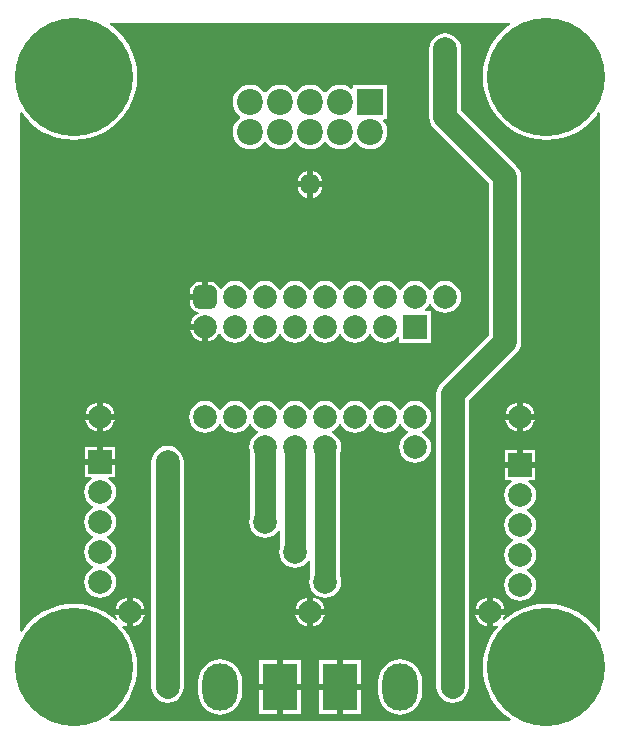
<source format=gbr>
G04 Layer_Physical_Order=1*
G04 Layer_Color=255*
%FSLAX26Y26*%
%MOIN*%
%TF.FileFunction,Copper,L1,Top,Signal*%
%TF.Part,Single*%
G01*
G75*
%TA.AperFunction,Conductor*%
%ADD10C,0.078740*%
%ADD11C,0.070866*%
%TA.AperFunction,ViaPad*%
%ADD12O,0.118110X0.157480*%
%ADD13R,0.118110X0.157480*%
%TA.AperFunction,ComponentPad*%
G04:AMPARAMS|DCode=14|XSize=78.74mil|YSize=78.74mil|CornerRadius=19.685mil|HoleSize=0mil|Usage=FLASHONLY|Rotation=0.000|XOffset=0mil|YOffset=0mil|HoleType=Round|Shape=RoundedRectangle|*
%AMROUNDEDRECTD14*
21,1,0.078740,0.039370,0,0,0.0*
21,1,0.039370,0.078740,0,0,0.0*
1,1,0.039370,0.019685,-0.019685*
1,1,0.039370,-0.019685,-0.019685*
1,1,0.039370,-0.019685,0.019685*
1,1,0.039370,0.019685,0.019685*
%
%ADD14ROUNDEDRECTD14*%
%ADD15C,0.078740*%
%ADD16R,0.078740X0.078740*%
%TA.AperFunction,ViaPad*%
%ADD17O,0.062992X0.070866*%
%TA.AperFunction,ComponentPad*%
%ADD18R,0.078740X0.078740*%
%TA.AperFunction,ViaPad*%
%ADD19C,0.393701*%
%TA.AperFunction,ComponentPad*%
%ADD20R,0.086614X0.086614*%
%ADD21C,0.086614*%
%TA.AperFunction,ViaPad*%
%ADD22C,0.078740*%
G36*
X668690Y1158254D02*
X658903Y1151715D01*
X638144Y1133509D01*
X619939Y1112751D01*
X604599Y1089793D01*
X592387Y1065030D01*
X583512Y1038884D01*
X578126Y1011804D01*
X576320Y984252D01*
X578126Y956700D01*
X583512Y929620D01*
X592387Y903475D01*
X604599Y878711D01*
X619939Y855754D01*
X638144Y834995D01*
X658903Y816789D01*
X681861Y801450D01*
X706624Y789238D01*
X732770Y780363D01*
X759850Y774976D01*
X787402Y773170D01*
X814953Y774976D01*
X842034Y780363D01*
X868179Y789238D01*
X892942Y801450D01*
X915900Y816789D01*
X936659Y834995D01*
X954864Y855754D01*
X961404Y865541D01*
X966188Y864089D01*
Y-864089D01*
X961404Y-865541D01*
X954864Y-855754D01*
X936659Y-834995D01*
X915900Y-816789D01*
X892942Y-801450D01*
X868179Y-789238D01*
X842034Y-780363D01*
X814953Y-774976D01*
X787402Y-773170D01*
X759850Y-774976D01*
X732770Y-780363D01*
X706624Y-789238D01*
X681861Y-801450D01*
X658903Y-816789D01*
X647898Y-826441D01*
X643724Y-823451D01*
X648099Y-812888D01*
X648500Y-809842D01*
X609842D01*
Y-848500D01*
X612888Y-848099D01*
X619503Y-845360D01*
X625149Y-848433D01*
X625358Y-849574D01*
X619939Y-855754D01*
X604599Y-878711D01*
X592387Y-903475D01*
X583512Y-929620D01*
X578126Y-956700D01*
X576320Y-984252D01*
X578126Y-1011804D01*
X583512Y-1038884D01*
X592387Y-1065030D01*
X604599Y-1089793D01*
X619939Y-1112751D01*
X638144Y-1133509D01*
X658903Y-1151715D01*
X668690Y-1158254D01*
X667239Y-1163039D01*
X-667239D01*
X-668690Y-1158254D01*
X-658903Y-1151715D01*
X-638144Y-1133509D01*
X-619939Y-1112751D01*
X-604599Y-1089793D01*
X-592387Y-1065030D01*
X-583512Y-1038884D01*
X-578126Y-1011804D01*
X-576320Y-984252D01*
X-578126Y-956700D01*
X-583512Y-929620D01*
X-592387Y-903475D01*
X-604599Y-878711D01*
X-619939Y-855754D01*
X-625358Y-849574D01*
X-625149Y-848433D01*
X-619503Y-845360D01*
X-612888Y-848099D01*
X-609842Y-848500D01*
Y-809842D01*
X-648500D01*
X-648099Y-812888D01*
X-643724Y-823451D01*
X-647898Y-826441D01*
X-658903Y-816789D01*
X-681861Y-801450D01*
X-706624Y-789238D01*
X-732770Y-780363D01*
X-759850Y-774976D01*
X-787402Y-773170D01*
X-814953Y-774976D01*
X-842034Y-780363D01*
X-868179Y-789238D01*
X-892942Y-801450D01*
X-915900Y-816789D01*
X-936659Y-834995D01*
X-954864Y-855754D01*
X-961404Y-865541D01*
X-966188Y-864089D01*
Y864089D01*
X-961404Y865541D01*
X-954864Y855754D01*
X-936659Y834995D01*
X-915900Y816789D01*
X-892942Y801450D01*
X-868179Y789238D01*
X-842034Y780363D01*
X-814953Y774976D01*
X-787402Y773170D01*
X-759850Y774976D01*
X-732770Y780363D01*
X-706624Y789238D01*
X-681861Y801450D01*
X-658903Y816789D01*
X-638144Y834995D01*
X-619939Y855754D01*
X-604599Y878711D01*
X-592387Y903475D01*
X-583512Y929620D01*
X-578126Y956700D01*
X-576320Y984252D01*
X-578126Y1011804D01*
X-583512Y1038884D01*
X-592387Y1065030D01*
X-604599Y1089793D01*
X-619939Y1112751D01*
X-638144Y1133509D01*
X-658903Y1151715D01*
X-668690Y1158254D01*
X-667239Y1163039D01*
X667239D01*
X668690Y1158254D01*
D02*
G37*
%LPC*%
G36*
X48500Y-809842D02*
X9842D01*
Y-848500D01*
X12888Y-848099D01*
X24898Y-843125D01*
X35211Y-835211D01*
X43125Y-824898D01*
X48099Y-812888D01*
X48500Y-809842D01*
D02*
G37*
G36*
X590158D02*
X551500D01*
X551901Y-812888D01*
X556875Y-824898D01*
X564789Y-835211D01*
X575102Y-843125D01*
X587112Y-848099D01*
X590158Y-848500D01*
Y-809842D01*
D02*
G37*
G36*
X-9842D02*
X-48500D01*
X-48099Y-812888D01*
X-43125Y-824898D01*
X-35211Y-835211D01*
X-24898Y-843125D01*
X-12888Y-848099D01*
X-9842Y-848500D01*
Y-809842D01*
D02*
G37*
G36*
X169055Y-961260D02*
X109843D01*
Y-1040158D01*
X169055D01*
Y-961260D01*
D02*
G37*
G36*
X-551500Y-809842D02*
X-590158D01*
Y-848500D01*
X-587112Y-848099D01*
X-575102Y-843125D01*
X-564789Y-835211D01*
X-556875Y-824898D01*
X-551901Y-812888D01*
X-551500Y-809842D01*
D02*
G37*
G36*
X-609842Y-751500D02*
X-612888Y-751901D01*
X-624898Y-756875D01*
X-635211Y-764789D01*
X-643125Y-775102D01*
X-648099Y-787112D01*
X-648500Y-790158D01*
X-609842D01*
Y-751500D01*
D02*
G37*
G36*
X590158D02*
X587112Y-751901D01*
X575102Y-756875D01*
X564789Y-764789D01*
X556875Y-775102D01*
X551901Y-787112D01*
X551500Y-790158D01*
X590158D01*
Y-751500D01*
D02*
G37*
G36*
X609842D02*
Y-790158D01*
X648500D01*
X648099Y-787112D01*
X643125Y-775102D01*
X635211Y-764789D01*
X624898Y-756875D01*
X612888Y-751901D01*
X609842Y-751500D01*
D02*
G37*
G36*
X9842D02*
Y-790158D01*
X48500D01*
X48099Y-787112D01*
X43125Y-775102D01*
X35211Y-764789D01*
X24898Y-756875D01*
X12888Y-751901D01*
X9842Y-751500D01*
D02*
G37*
G36*
X-590158D02*
Y-790158D01*
X-551500D01*
X-551901Y-787112D01*
X-556875Y-775102D01*
X-564789Y-764789D01*
X-575102Y-756875D01*
X-587112Y-751901D01*
X-590158Y-751500D01*
D02*
G37*
G36*
X-9842D02*
X-12888Y-751901D01*
X-24898Y-756875D01*
X-35211Y-764789D01*
X-43125Y-775102D01*
X-48099Y-787112D01*
X-48500Y-790158D01*
X-9842D01*
Y-751500D01*
D02*
G37*
G36*
X-30945Y-1059842D02*
X-90157D01*
Y-1138740D01*
X-30945D01*
Y-1059842D01*
D02*
G37*
G36*
X90157D02*
X30945D01*
Y-1138740D01*
X90157D01*
Y-1059842D01*
D02*
G37*
G36*
X-109843D02*
X-169055D01*
Y-1138740D01*
X-109843D01*
Y-1059842D01*
D02*
G37*
G36*
X-300000Y-957128D02*
X-314278Y-958534D01*
X-328007Y-962699D01*
X-340661Y-969462D01*
X-351751Y-978564D01*
X-360853Y-989654D01*
X-367616Y-1002308D01*
X-371781Y-1016037D01*
X-373187Y-1030315D01*
Y-1069685D01*
X-371781Y-1083963D01*
X-367616Y-1097693D01*
X-360853Y-1110345D01*
X-351751Y-1121436D01*
X-340661Y-1130538D01*
X-328007Y-1137301D01*
X-314278Y-1141466D01*
X-300000Y-1142872D01*
X-285722Y-1141466D01*
X-271993Y-1137301D01*
X-259339Y-1130538D01*
X-248249Y-1121436D01*
X-239147Y-1110345D01*
X-232384Y-1097693D01*
X-228219Y-1083963D01*
X-226813Y-1069685D01*
Y-1030315D01*
X-228219Y-1016037D01*
X-232384Y-1002308D01*
X-239147Y-989654D01*
X-248249Y-978564D01*
X-259339Y-969462D01*
X-271993Y-962699D01*
X-285722Y-958534D01*
X-300000Y-957128D01*
D02*
G37*
G36*
X300000D02*
X285722Y-958534D01*
X271993Y-962699D01*
X259339Y-969462D01*
X248249Y-978564D01*
X239147Y-989654D01*
X232384Y-1002308D01*
X228219Y-1016037D01*
X226813Y-1030315D01*
Y-1069685D01*
X228219Y-1083963D01*
X232384Y-1097693D01*
X239147Y-1110345D01*
X248249Y-1121436D01*
X259339Y-1130538D01*
X271993Y-1137301D01*
X285722Y-1141466D01*
X300000Y-1142872D01*
X314278Y-1141466D01*
X328007Y-1137301D01*
X340661Y-1130538D01*
X351751Y-1121436D01*
X360853Y-1110345D01*
X367616Y-1097693D01*
X371781Y-1083963D01*
X373187Y-1069685D01*
Y-1030315D01*
X371781Y-1016037D01*
X367616Y-1002308D01*
X360853Y-989654D01*
X351751Y-978564D01*
X340661Y-969462D01*
X328007Y-962699D01*
X314278Y-958534D01*
X300000Y-957128D01*
D02*
G37*
G36*
X169055Y-1059842D02*
X109843D01*
Y-1138740D01*
X169055D01*
Y-1059842D01*
D02*
G37*
G36*
X-30945Y-961260D02*
X-90157D01*
Y-1040158D01*
X-30945D01*
Y-961260D01*
D02*
G37*
G36*
X90157D02*
X30945D01*
Y-1040158D01*
X90157D01*
Y-961260D01*
D02*
G37*
G36*
X-109843D02*
X-169055D01*
Y-1040158D01*
X-109843D01*
Y-961260D01*
D02*
G37*
G36*
X-475000Y-246392D02*
X-488875Y-248219D01*
X-501804Y-253574D01*
X-512907Y-262093D01*
X-521426Y-273196D01*
X-526782Y-286125D01*
X-528608Y-300000D01*
Y-1050000D01*
X-526782Y-1063875D01*
X-521426Y-1076804D01*
X-512907Y-1087907D01*
X-501804Y-1096426D01*
X-488875Y-1101782D01*
X-475000Y-1103608D01*
X-461125Y-1101782D01*
X-448196Y-1096426D01*
X-437093Y-1087907D01*
X-428574Y-1076804D01*
X-423219Y-1063875D01*
X-421392Y-1050000D01*
Y-300000D01*
X-423219Y-286125D01*
X-428574Y-273196D01*
X-437093Y-262093D01*
X-448196Y-253574D01*
X-461125Y-248219D01*
X-475000Y-246392D01*
D02*
G37*
G36*
X450000Y1128608D02*
X436125Y1126782D01*
X423196Y1121426D01*
X412093Y1112907D01*
X403574Y1101804D01*
X398219Y1088875D01*
X396392Y1075000D01*
Y850000D01*
X398218Y836125D01*
X403574Y823196D01*
X412093Y812093D01*
X596392Y627795D01*
Y122205D01*
X437093Y-37093D01*
X428574Y-48196D01*
X423218Y-61125D01*
X421392Y-75000D01*
Y-1050000D01*
X423219Y-1063875D01*
X428574Y-1076804D01*
X437093Y-1087907D01*
X448196Y-1096426D01*
X461125Y-1101782D01*
X475000Y-1103608D01*
X488875Y-1101782D01*
X501804Y-1096426D01*
X512907Y-1087907D01*
X521426Y-1076804D01*
X526782Y-1063875D01*
X528608Y-1050000D01*
Y-97205D01*
X687907Y62093D01*
X696426Y73196D01*
X701782Y86125D01*
X703608Y100000D01*
Y650000D01*
X701782Y663875D01*
X698644Y671449D01*
X696426Y676804D01*
X687907Y687907D01*
X503608Y872205D01*
Y1075000D01*
X501781Y1088875D01*
X496426Y1101804D01*
X487907Y1112907D01*
X476804Y1121426D01*
X463875Y1126782D01*
X450000Y1128608D01*
D02*
G37*
G36*
X749370Y-319685D02*
X700000D01*
X650630D01*
Y-359213D01*
X671037D01*
X672158Y-364213D01*
X662093Y-371936D01*
X653574Y-383038D01*
X648218Y-395968D01*
X646392Y-409842D01*
X648218Y-423717D01*
X653574Y-436647D01*
X662093Y-447749D01*
X673196Y-456269D01*
X675788Y-457342D01*
Y-462342D01*
X673196Y-463416D01*
X662093Y-471936D01*
X653574Y-483038D01*
X648218Y-495968D01*
X646392Y-509842D01*
X648218Y-523717D01*
X653574Y-536647D01*
X662093Y-547749D01*
X673196Y-556269D01*
X675788Y-557342D01*
Y-562342D01*
X673196Y-563416D01*
X662093Y-571936D01*
X653574Y-583038D01*
X648218Y-595968D01*
X646392Y-609842D01*
X648218Y-623717D01*
X653574Y-636647D01*
X662093Y-647749D01*
X673196Y-656269D01*
X675788Y-657342D01*
Y-662342D01*
X673196Y-663416D01*
X662093Y-671936D01*
X653574Y-683038D01*
X648218Y-695968D01*
X646392Y-709842D01*
X648218Y-723717D01*
X653574Y-736647D01*
X662093Y-747749D01*
X673196Y-756269D01*
X686125Y-761624D01*
X700000Y-763451D01*
X713875Y-761624D01*
X726804Y-756269D01*
X737907Y-747749D01*
X746426Y-736647D01*
X751782Y-723717D01*
X753608Y-709842D01*
X751782Y-695968D01*
X746426Y-683038D01*
X737907Y-671936D01*
X726804Y-663416D01*
X724212Y-662342D01*
Y-657342D01*
X726804Y-656269D01*
X737907Y-647749D01*
X746426Y-636647D01*
X751782Y-623717D01*
X753608Y-609842D01*
X751782Y-595968D01*
X746426Y-583038D01*
X737907Y-571936D01*
X726804Y-563416D01*
X724212Y-562342D01*
Y-557342D01*
X726804Y-556269D01*
X737907Y-547749D01*
X746426Y-536647D01*
X751782Y-523717D01*
X753608Y-509842D01*
X751782Y-495968D01*
X746426Y-483038D01*
X737907Y-471936D01*
X726804Y-463416D01*
X724212Y-462342D01*
Y-457342D01*
X726804Y-456269D01*
X737907Y-447749D01*
X746426Y-436647D01*
X751782Y-423717D01*
X753608Y-409842D01*
X751782Y-395968D01*
X746426Y-383038D01*
X737907Y-371936D01*
X727842Y-364213D01*
X728963Y-359213D01*
X749370D01*
Y-319685D01*
D02*
G37*
G36*
X-359842Y140157D02*
X-398500D01*
X-398099Y137112D01*
X-393125Y125102D01*
X-385211Y114789D01*
X-374898Y106875D01*
X-362888Y101901D01*
X-359842Y101500D01*
Y140157D01*
D02*
G37*
G36*
Y299626D02*
X-369685D01*
X-377435Y298606D01*
X-384656Y295615D01*
X-390857Y290857D01*
X-395615Y284656D01*
X-398606Y277435D01*
X-399626Y269685D01*
Y259842D01*
X-359842D01*
Y299626D01*
D02*
G37*
G36*
X350000Y-96392D02*
X336125Y-98219D01*
X323196Y-103574D01*
X312093Y-112093D01*
X303574Y-123196D01*
X302500Y-125788D01*
X297500D01*
X296426Y-123196D01*
X287907Y-112093D01*
X276804Y-103574D01*
X263875Y-98219D01*
X250000Y-96392D01*
X236125Y-98219D01*
X223196Y-103574D01*
X212093Y-112093D01*
X203574Y-123196D01*
X202500Y-125788D01*
X197500D01*
X196426Y-123196D01*
X187907Y-112093D01*
X176804Y-103574D01*
X163875Y-98219D01*
X150000Y-96392D01*
X136125Y-98219D01*
X123196Y-103574D01*
X112093Y-112093D01*
X103574Y-123196D01*
X102500Y-125788D01*
X97500D01*
X96426Y-123196D01*
X87907Y-112093D01*
X76804Y-103574D01*
X63875Y-98219D01*
X50000Y-96392D01*
X36125Y-98219D01*
X23196Y-103574D01*
X12093Y-112093D01*
X3574Y-123196D01*
X2500Y-125788D01*
X-2500D01*
X-3574Y-123196D01*
X-12093Y-112093D01*
X-23196Y-103574D01*
X-36125Y-98219D01*
X-50000Y-96392D01*
X-63875Y-98219D01*
X-76804Y-103574D01*
X-87907Y-112093D01*
X-96426Y-123196D01*
X-97500Y-125788D01*
X-102500D01*
X-103574Y-123196D01*
X-112093Y-112093D01*
X-123196Y-103574D01*
X-136125Y-98219D01*
X-150000Y-96392D01*
X-163875Y-98219D01*
X-176804Y-103574D01*
X-187907Y-112093D01*
X-196426Y-123196D01*
X-197500Y-125788D01*
X-202500D01*
X-203574Y-123196D01*
X-212093Y-112093D01*
X-223196Y-103574D01*
X-236125Y-98219D01*
X-250000Y-96392D01*
X-263875Y-98219D01*
X-276804Y-103574D01*
X-287907Y-112093D01*
X-296426Y-123196D01*
X-297500Y-125788D01*
X-302500D01*
X-303574Y-123196D01*
X-312093Y-112093D01*
X-323196Y-103574D01*
X-336125Y-98219D01*
X-350000Y-96392D01*
X-363875Y-98219D01*
X-376804Y-103574D01*
X-387907Y-112093D01*
X-396426Y-123196D01*
X-401781Y-136125D01*
X-403608Y-150000D01*
X-401781Y-163875D01*
X-396426Y-176804D01*
X-387907Y-187907D01*
X-376804Y-196426D01*
X-363875Y-201781D01*
X-350000Y-203608D01*
X-336125Y-201781D01*
X-323196Y-196426D01*
X-312093Y-187907D01*
X-303574Y-176804D01*
X-302500Y-174212D01*
X-297500D01*
X-296426Y-176804D01*
X-287907Y-187907D01*
X-276804Y-196426D01*
X-263875Y-201781D01*
X-250000Y-203608D01*
X-236125Y-201781D01*
X-223196Y-196426D01*
X-212093Y-187907D01*
X-203574Y-176804D01*
X-202500Y-174212D01*
X-197500D01*
X-196426Y-176804D01*
X-187907Y-187907D01*
X-176804Y-196426D01*
X-174212Y-197500D01*
Y-202500D01*
X-176804Y-203574D01*
X-187907Y-212093D01*
X-196426Y-223196D01*
X-201781Y-236125D01*
X-203608Y-250000D01*
X-201781Y-263875D01*
X-199637Y-269052D01*
Y-480948D01*
X-201781Y-486125D01*
X-203608Y-500000D01*
X-201781Y-513875D01*
X-196426Y-526804D01*
X-187907Y-537907D01*
X-176804Y-546426D01*
X-163875Y-551782D01*
X-150000Y-553608D01*
X-136125Y-551782D01*
X-123196Y-546426D01*
X-112093Y-537907D01*
X-104637Y-528190D01*
X-99637Y-529887D01*
Y-580948D01*
X-101781Y-586125D01*
X-103608Y-600000D01*
X-101781Y-613875D01*
X-96426Y-626804D01*
X-87907Y-637907D01*
X-76804Y-646426D01*
X-63875Y-651782D01*
X-50000Y-653608D01*
X-36125Y-651782D01*
X-23196Y-646426D01*
X-12093Y-637907D01*
X-4637Y-628190D01*
X363Y-629887D01*
Y-680948D01*
X-1782Y-686125D01*
X-3608Y-700000D01*
X-1782Y-713875D01*
X3574Y-726804D01*
X12093Y-737907D01*
X23196Y-746426D01*
X36125Y-751782D01*
X50000Y-753608D01*
X63875Y-751782D01*
X76804Y-746426D01*
X87907Y-737907D01*
X96426Y-726804D01*
X101781Y-713875D01*
X103608Y-700000D01*
X101781Y-686125D01*
X99637Y-680948D01*
Y-269052D01*
X101781Y-263875D01*
X103608Y-250000D01*
X101781Y-236125D01*
X96426Y-223196D01*
X87907Y-212093D01*
X76804Y-203574D01*
X74212Y-202500D01*
Y-197500D01*
X76804Y-196426D01*
X87907Y-187907D01*
X96426Y-176804D01*
X97500Y-174212D01*
X102500D01*
X103574Y-176804D01*
X112093Y-187907D01*
X123196Y-196426D01*
X136125Y-201781D01*
X150000Y-203608D01*
X163875Y-201781D01*
X176804Y-196426D01*
X187907Y-187907D01*
X196426Y-176804D01*
X197500Y-174212D01*
X202500D01*
X203574Y-176804D01*
X212093Y-187907D01*
X223196Y-196426D01*
X236125Y-201781D01*
X250000Y-203608D01*
X263875Y-201781D01*
X276804Y-196426D01*
X287907Y-187907D01*
X296426Y-176804D01*
X297500Y-174212D01*
X302500D01*
X303574Y-176804D01*
X312093Y-187907D01*
X323196Y-196426D01*
X325788Y-197500D01*
Y-202500D01*
X323196Y-203574D01*
X312093Y-212093D01*
X303574Y-223196D01*
X298219Y-236125D01*
X296392Y-250000D01*
X298219Y-263875D01*
X303574Y-276804D01*
X312093Y-287907D01*
X323196Y-296426D01*
X336125Y-301781D01*
X350000Y-303608D01*
X363875Y-301781D01*
X376804Y-296426D01*
X387907Y-287907D01*
X396426Y-276804D01*
X401781Y-263875D01*
X403608Y-250000D01*
X401781Y-236125D01*
X396426Y-223196D01*
X387907Y-212093D01*
X376804Y-203574D01*
X374212Y-202500D01*
Y-197500D01*
X376804Y-196426D01*
X387907Y-187907D01*
X396426Y-176804D01*
X401781Y-163875D01*
X403608Y-150000D01*
X401781Y-136125D01*
X396426Y-123196D01*
X387907Y-112093D01*
X376804Y-103574D01*
X363875Y-98219D01*
X350000Y-96392D01*
D02*
G37*
G36*
X690158Y-101500D02*
X687112Y-101901D01*
X675102Y-106875D01*
X664789Y-114789D01*
X656875Y-125102D01*
X651901Y-137112D01*
X651500Y-140157D01*
X690158D01*
Y-101500D01*
D02*
G37*
G36*
X709842D02*
Y-140157D01*
X748500D01*
X748099Y-137112D01*
X743125Y-125102D01*
X735211Y-114789D01*
X724898Y-106875D01*
X712888Y-101901D01*
X709842Y-101500D01*
D02*
G37*
G36*
X450000Y303608D02*
X436125Y301781D01*
X423196Y296426D01*
X412093Y287907D01*
X403574Y276804D01*
X402500Y274212D01*
X397500D01*
X396426Y276804D01*
X387907Y287907D01*
X376804Y296426D01*
X363875Y301781D01*
X350000Y303608D01*
X336125Y301781D01*
X323196Y296426D01*
X312093Y287907D01*
X303574Y276804D01*
X302500Y274212D01*
X297500D01*
X296426Y276804D01*
X287907Y287907D01*
X276804Y296426D01*
X263875Y301781D01*
X250000Y303608D01*
X236125Y301781D01*
X223196Y296426D01*
X212093Y287907D01*
X203574Y276804D01*
X202500Y274212D01*
X197500D01*
X196426Y276804D01*
X187907Y287907D01*
X176804Y296426D01*
X163875Y301781D01*
X150000Y303608D01*
X136125Y301781D01*
X123196Y296426D01*
X112093Y287907D01*
X103574Y276804D01*
X102500Y274212D01*
X97500D01*
X96426Y276804D01*
X87907Y287907D01*
X76804Y296426D01*
X63875Y301781D01*
X50000Y303608D01*
X36125Y301781D01*
X23196Y296426D01*
X12093Y287907D01*
X3574Y276804D01*
X2500Y274212D01*
X-2500D01*
X-3574Y276804D01*
X-12093Y287907D01*
X-23196Y296426D01*
X-36125Y301781D01*
X-50000Y303608D01*
X-63875Y301781D01*
X-76804Y296426D01*
X-87907Y287907D01*
X-96426Y276804D01*
X-97500Y274212D01*
X-102500D01*
X-103574Y276804D01*
X-112093Y287907D01*
X-123196Y296426D01*
X-136125Y301781D01*
X-150000Y303608D01*
X-163875Y301781D01*
X-176804Y296426D01*
X-187907Y287907D01*
X-196426Y276804D01*
X-197500Y274212D01*
X-202500D01*
X-203574Y276804D01*
X-212093Y287907D01*
X-223196Y296426D01*
X-236125Y301781D01*
X-250000Y303608D01*
X-263875Y301781D01*
X-276804Y296426D01*
X-287907Y287907D01*
X-296291Y276980D01*
X-297196Y276902D01*
X-300585Y277332D01*
X-301485Y277656D01*
X-304385Y284656D01*
X-309143Y290857D01*
X-315344Y295615D01*
X-322565Y298606D01*
X-330315Y299626D01*
X-340158D01*
Y250000D01*
X-350000D01*
Y240157D01*
X-399626D01*
Y230315D01*
X-398606Y222565D01*
X-395615Y215344D01*
X-390857Y209143D01*
X-384656Y204385D01*
X-377435Y201394D01*
X-374824Y201050D01*
X-370850Y195515D01*
X-371000Y194739D01*
X-374898Y193125D01*
X-385211Y185211D01*
X-393125Y174898D01*
X-398099Y162888D01*
X-398500Y159843D01*
X-350000D01*
Y150000D01*
X-340158D01*
Y101500D01*
X-337112Y101901D01*
X-325102Y106875D01*
X-314789Y114789D01*
X-306875Y125102D01*
X-304751Y130230D01*
X-299339D01*
X-296426Y123196D01*
X-287907Y112093D01*
X-276804Y103574D01*
X-263875Y98219D01*
X-250000Y96392D01*
X-236125Y98219D01*
X-223196Y103574D01*
X-212093Y112093D01*
X-203574Y123196D01*
X-202500Y125788D01*
X-197500D01*
X-196426Y123196D01*
X-187907Y112093D01*
X-176804Y103574D01*
X-163875Y98219D01*
X-150000Y96392D01*
X-136125Y98219D01*
X-123196Y103574D01*
X-112093Y112093D01*
X-103574Y123196D01*
X-102500Y125788D01*
X-97500D01*
X-96426Y123196D01*
X-87907Y112093D01*
X-76804Y103574D01*
X-63875Y98219D01*
X-50000Y96392D01*
X-36125Y98219D01*
X-23196Y103574D01*
X-12093Y112093D01*
X-3574Y123196D01*
X-2500Y125788D01*
X2500D01*
X3574Y123196D01*
X12093Y112093D01*
X23196Y103574D01*
X36125Y98219D01*
X50000Y96392D01*
X63875Y98219D01*
X76804Y103574D01*
X87907Y112093D01*
X96426Y123196D01*
X97500Y125788D01*
X102500D01*
X103574Y123196D01*
X112093Y112093D01*
X123196Y103574D01*
X136125Y98219D01*
X150000Y96392D01*
X163875Y98219D01*
X176804Y103574D01*
X187907Y112093D01*
X196426Y123196D01*
X197500Y125788D01*
X202500D01*
X203574Y123196D01*
X212093Y112093D01*
X223196Y103574D01*
X236125Y98219D01*
X250000Y96392D01*
X263875Y98219D01*
X276804Y103574D01*
X287907Y112093D01*
X291850Y117233D01*
X296850Y115535D01*
Y96850D01*
X403150D01*
Y203150D01*
X384465D01*
X382767Y208150D01*
X387907Y212093D01*
X396426Y223196D01*
X397500Y225788D01*
X402500D01*
X403574Y223196D01*
X412093Y212093D01*
X423196Y203574D01*
X436125Y198219D01*
X450000Y196392D01*
X463875Y198219D01*
X476804Y203574D01*
X487907Y212093D01*
X496426Y223196D01*
X501781Y236125D01*
X503608Y250000D01*
X501781Y263875D01*
X496426Y276804D01*
X487907Y287907D01*
X476804Y296426D01*
X463875Y301781D01*
X450000Y303608D01*
D02*
G37*
G36*
X9842Y669495D02*
Y634842D01*
X41077D01*
X40428Y639770D01*
X36247Y649864D01*
X29595Y658532D01*
X20927Y665184D01*
X10833Y669365D01*
X9842Y669495D01*
D02*
G37*
G36*
X100000Y957579D02*
X85097Y955617D01*
X71210Y949865D01*
X59285Y940715D01*
X53151Y932720D01*
X46849D01*
X40715Y940715D01*
X28790Y949865D01*
X14903Y955617D01*
X0Y957579D01*
X-14903Y955617D01*
X-28790Y949865D01*
X-40715Y940715D01*
X-46849Y932720D01*
X-53151D01*
X-59285Y940715D01*
X-71210Y949865D01*
X-85097Y955617D01*
X-100000Y957579D01*
X-114903Y955617D01*
X-128790Y949865D01*
X-140715Y940715D01*
X-146849Y932720D01*
X-153151D01*
X-159285Y940715D01*
X-171210Y949865D01*
X-185097Y955617D01*
X-200000Y957579D01*
X-214903Y955617D01*
X-228790Y949865D01*
X-240715Y940715D01*
X-249865Y928790D01*
X-255617Y914903D01*
X-257579Y900000D01*
X-255617Y885097D01*
X-249865Y871210D01*
X-240715Y859285D01*
X-232720Y853151D01*
Y846849D01*
X-240715Y840715D01*
X-249865Y828790D01*
X-255617Y814903D01*
X-257579Y800000D01*
X-255617Y785097D01*
X-249865Y771210D01*
X-240715Y759285D01*
X-228790Y750135D01*
X-214903Y744383D01*
X-200000Y742421D01*
X-185097Y744383D01*
X-171210Y750135D01*
X-159285Y759285D01*
X-153151Y767280D01*
X-146849D01*
X-140715Y759285D01*
X-128790Y750135D01*
X-114903Y744383D01*
X-100000Y742421D01*
X-85097Y744383D01*
X-71210Y750135D01*
X-59285Y759285D01*
X-53151Y767280D01*
X-46849D01*
X-40715Y759285D01*
X-28790Y750135D01*
X-14903Y744383D01*
X0Y742421D01*
X14903Y744383D01*
X28790Y750135D01*
X40715Y759285D01*
X46849Y767280D01*
X53151D01*
X59285Y759285D01*
X71210Y750135D01*
X85097Y744383D01*
X100000Y742421D01*
X114903Y744383D01*
X128790Y750135D01*
X140715Y759285D01*
X146849Y767280D01*
X153151D01*
X159285Y759285D01*
X171210Y750135D01*
X185097Y744383D01*
X200000Y742421D01*
X214903Y744383D01*
X228790Y750135D01*
X240715Y759285D01*
X249865Y771210D01*
X255617Y785097D01*
X257579Y800000D01*
X255617Y814903D01*
X249865Y828790D01*
X242864Y837913D01*
X245330Y842913D01*
X257087D01*
Y957087D01*
X142913D01*
Y945330D01*
X137913Y942864D01*
X128790Y949865D01*
X114903Y955617D01*
X100000Y957579D01*
D02*
G37*
G36*
X-9842Y669495D02*
X-10833Y669365D01*
X-20927Y665184D01*
X-29595Y658532D01*
X-36247Y649864D01*
X-40428Y639770D01*
X-41077Y634842D01*
X-9842D01*
Y669495D01*
D02*
G37*
G36*
Y615158D02*
X-41077D01*
X-40428Y610230D01*
X-36247Y600136D01*
X-29595Y591468D01*
X-20927Y584816D01*
X-10833Y580635D01*
X-9842Y580505D01*
Y615158D01*
D02*
G37*
G36*
X41077D02*
X9842D01*
Y580505D01*
X10833Y580635D01*
X20927Y584816D01*
X29595Y591468D01*
X36247Y600136D01*
X40428Y610230D01*
X41077Y615158D01*
D02*
G37*
G36*
X-709842Y-250630D02*
X-749370D01*
Y-290158D01*
X-709842D01*
Y-250630D01*
D02*
G37*
G36*
X-650630D02*
X-690158D01*
Y-290158D01*
X-650630D01*
Y-250630D01*
D02*
G37*
G36*
X749370Y-260472D02*
X709842D01*
Y-300000D01*
X749370D01*
Y-260472D01*
D02*
G37*
G36*
X-650630Y-309842D02*
X-700000D01*
X-749370D01*
Y-349370D01*
X-728963D01*
X-727842Y-354370D01*
X-737907Y-362093D01*
X-746426Y-373196D01*
X-751782Y-386125D01*
X-753608Y-400000D01*
X-751782Y-413875D01*
X-746426Y-426804D01*
X-737907Y-437907D01*
X-726804Y-446426D01*
X-724212Y-447500D01*
Y-452500D01*
X-726804Y-453574D01*
X-737907Y-462093D01*
X-746426Y-473196D01*
X-751782Y-486125D01*
X-753608Y-500000D01*
X-751782Y-513875D01*
X-746426Y-526804D01*
X-737907Y-537907D01*
X-726804Y-546426D01*
X-724212Y-547500D01*
Y-552500D01*
X-726804Y-553574D01*
X-737907Y-562093D01*
X-746426Y-573196D01*
X-751782Y-586125D01*
X-753608Y-600000D01*
X-751782Y-613875D01*
X-746426Y-626804D01*
X-737907Y-637907D01*
X-726804Y-646426D01*
X-724212Y-647500D01*
Y-652500D01*
X-726804Y-653574D01*
X-737907Y-662093D01*
X-746426Y-673196D01*
X-751782Y-686125D01*
X-753608Y-700000D01*
X-751782Y-713875D01*
X-746426Y-726804D01*
X-737907Y-737907D01*
X-726804Y-746426D01*
X-713875Y-751782D01*
X-700000Y-753608D01*
X-686125Y-751782D01*
X-673196Y-746426D01*
X-662093Y-737907D01*
X-653574Y-726804D01*
X-648218Y-713875D01*
X-646392Y-700000D01*
X-648218Y-686125D01*
X-653574Y-673196D01*
X-662093Y-662093D01*
X-673196Y-653574D01*
X-675788Y-652500D01*
Y-647500D01*
X-673196Y-646426D01*
X-662093Y-637907D01*
X-653574Y-626804D01*
X-648218Y-613875D01*
X-646392Y-600000D01*
X-648218Y-586125D01*
X-653574Y-573196D01*
X-662093Y-562093D01*
X-673196Y-553574D01*
X-675788Y-552500D01*
Y-547500D01*
X-673196Y-546426D01*
X-662093Y-537907D01*
X-653574Y-526804D01*
X-648218Y-513875D01*
X-646392Y-500000D01*
X-648218Y-486125D01*
X-653574Y-473196D01*
X-662093Y-462093D01*
X-673196Y-453574D01*
X-675788Y-452500D01*
Y-447500D01*
X-673196Y-446426D01*
X-662093Y-437907D01*
X-653574Y-426804D01*
X-648218Y-413875D01*
X-646392Y-400000D01*
X-648218Y-386125D01*
X-653574Y-373196D01*
X-662093Y-362093D01*
X-672158Y-354370D01*
X-671037Y-349370D01*
X-650630D01*
Y-309842D01*
D02*
G37*
G36*
X690157Y-260472D02*
X650630D01*
Y-300000D01*
X690157D01*
Y-260472D01*
D02*
G37*
G36*
X-709842Y-159843D02*
X-748500D01*
X-748099Y-162888D01*
X-743125Y-174898D01*
X-735211Y-185211D01*
X-724898Y-193125D01*
X-712888Y-198099D01*
X-709842Y-198500D01*
Y-159843D01*
D02*
G37*
G36*
Y-101500D02*
X-712888Y-101901D01*
X-724898Y-106875D01*
X-735211Y-114789D01*
X-743125Y-125102D01*
X-748099Y-137112D01*
X-748500Y-140157D01*
X-709842D01*
Y-101500D01*
D02*
G37*
G36*
X-690158D02*
Y-140157D01*
X-651500D01*
X-651901Y-137112D01*
X-656875Y-125102D01*
X-664789Y-114789D01*
X-675102Y-106875D01*
X-687112Y-101901D01*
X-690158Y-101500D01*
D02*
G37*
G36*
X748500Y-159843D02*
X709842D01*
Y-198500D01*
X712888Y-198099D01*
X724898Y-193125D01*
X735211Y-185211D01*
X743125Y-174898D01*
X748099Y-162888D01*
X748500Y-159843D01*
D02*
G37*
G36*
X-651500D02*
X-690158D01*
Y-198500D01*
X-687112Y-198099D01*
X-675102Y-193125D01*
X-664789Y-185211D01*
X-656875Y-174898D01*
X-651901Y-162888D01*
X-651500Y-159843D01*
D02*
G37*
G36*
X690158D02*
X651500D01*
X651901Y-162888D01*
X656875Y-174898D01*
X664789Y-185211D01*
X675102Y-193125D01*
X687112Y-198099D01*
X690158Y-198500D01*
Y-159843D01*
D02*
G37*
%LPD*%
D10*
X-475000Y-1050000D02*
Y-300000D01*
X475000Y-75000D02*
X650000Y100000D01*
X475000Y-1050000D02*
Y-75000D01*
X650000Y100000D02*
Y650000D01*
X450000Y850000D02*
X650000Y650000D01*
X450000Y850000D02*
Y1075000D01*
D11*
X50000Y-700000D02*
Y-250000D01*
X-50000Y-600000D02*
Y-250000D01*
X-150000Y-500000D02*
Y-250000D01*
D12*
X300000Y-1050000D02*
D03*
X-300000D02*
D03*
D13*
X100000D02*
D03*
X-100000D02*
D03*
D14*
X-350000Y250000D02*
D03*
D15*
X-250000D02*
D03*
X-150000D02*
D03*
X-50000D02*
D03*
X50000D02*
D03*
X150000D02*
D03*
X250000D02*
D03*
X350000D02*
D03*
X450000D02*
D03*
X700000Y-709842D02*
D03*
Y-609842D02*
D03*
Y-509842D02*
D03*
Y-409842D02*
D03*
X-700000Y-700000D02*
D03*
Y-600000D02*
D03*
Y-500000D02*
D03*
Y-400000D02*
D03*
X350000Y-250000D02*
D03*
X50000D02*
D03*
X250000Y150000D02*
D03*
X150000D02*
D03*
X50000D02*
D03*
X-50000D02*
D03*
X-150000D02*
D03*
X-250000D02*
D03*
X-350000D02*
D03*
Y-150000D02*
D03*
X-250000D02*
D03*
X-150000D02*
D03*
X-50000D02*
D03*
X50000D02*
D03*
X150000D02*
D03*
X250000D02*
D03*
X350000D02*
D03*
D16*
X700000Y-309842D02*
D03*
X-700000Y-300000D02*
D03*
D17*
X0Y625000D02*
D03*
D18*
X350000Y150000D02*
D03*
D19*
X787402Y-984252D02*
D03*
X-787402D02*
D03*
Y984252D02*
D03*
X787402D02*
D03*
D20*
X200000Y900000D02*
D03*
D21*
Y800000D02*
D03*
X100000Y900000D02*
D03*
Y800000D02*
D03*
X0Y900000D02*
D03*
Y800000D02*
D03*
X-100000Y900000D02*
D03*
Y800000D02*
D03*
X-200000Y900000D02*
D03*
Y800000D02*
D03*
D22*
X-475000Y-300000D02*
D03*
Y-1050000D02*
D03*
X475000D02*
D03*
X450000Y1075000D02*
D03*
X0Y-800000D02*
D03*
X600000D02*
D03*
X700000Y-150000D02*
D03*
X-700000D02*
D03*
X-600000Y-800000D02*
D03*
X50000Y-700000D02*
D03*
X-50000Y-250000D02*
D03*
X-150000D02*
D03*
X-50000Y-600000D02*
D03*
X-150000Y-500000D02*
D03*
%TF.MD5,a158bd451bbb4cacf72448a25966901e*%
M02*

</source>
